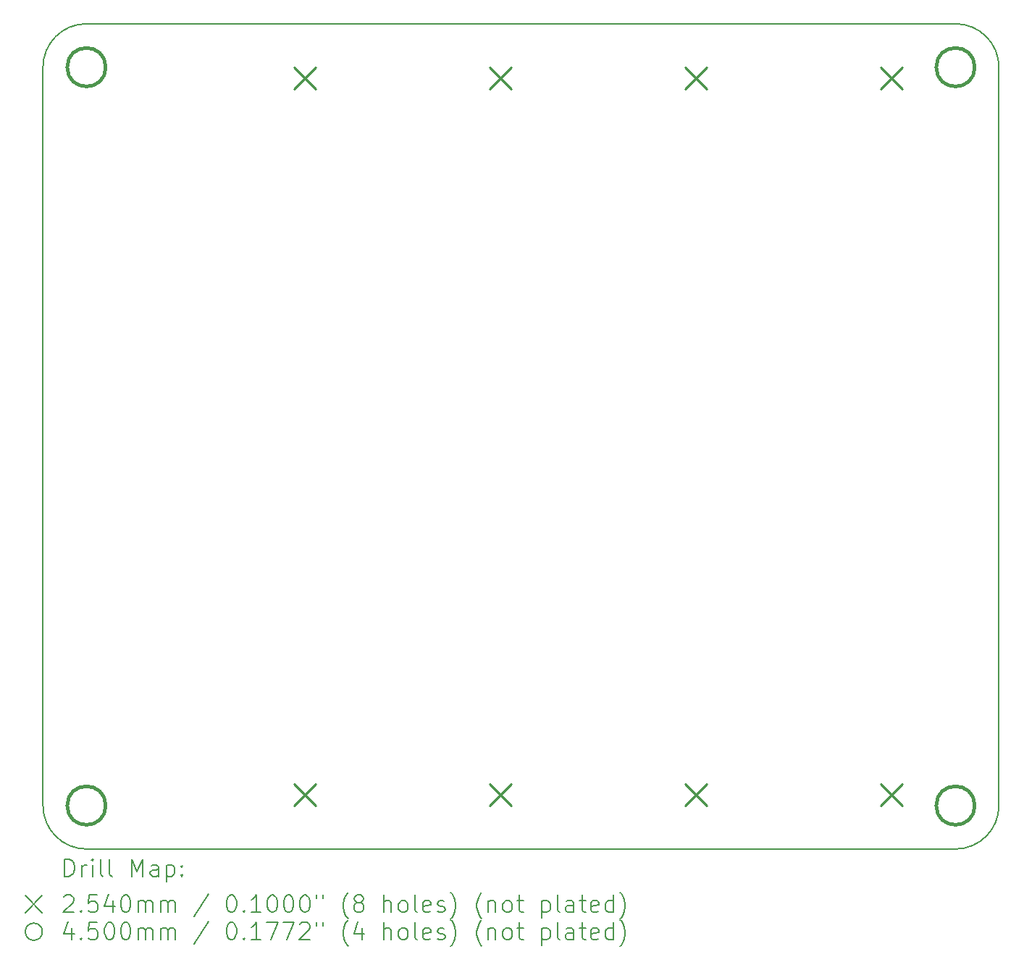
<source format=gbr>
%TF.GenerationSoftware,KiCad,Pcbnew,7.0.5-0*%
%TF.CreationDate,2023-11-04T22:15:29-04:00*%
%TF.ProjectId,track_sensor_board,74726163-6b5f-4736-956e-736f725f626f,rev?*%
%TF.SameCoordinates,Original*%
%TF.FileFunction,Drillmap*%
%TF.FilePolarity,Positive*%
%FSLAX45Y45*%
G04 Gerber Fmt 4.5, Leading zero omitted, Abs format (unit mm)*
G04 Created by KiCad (PCBNEW 7.0.5-0) date 2023-11-04 22:15:29*
%MOMM*%
%LPD*%
G01*
G04 APERTURE LIST*
%ADD10C,0.150000*%
%ADD11C,0.200000*%
%ADD12C,0.254000*%
%ADD13C,0.450000*%
G04 APERTURE END LIST*
D10*
X9652000Y-4826000D02*
X19812000Y-4826000D01*
X9144000Y-13970000D02*
X9144000Y-5334000D01*
X9652000Y-4826000D02*
G75*
G03*
X9144000Y-5334000I0J-508000D01*
G01*
X19812000Y-14478000D02*
X9652000Y-14478000D01*
X9144000Y-13970000D02*
G75*
G03*
X9652000Y-14478000I508000J0D01*
G01*
X19812000Y-14478000D02*
G75*
G03*
X20320000Y-13970000I0J508000D01*
G01*
X20320000Y-5334000D02*
G75*
G03*
X19812000Y-4826000I-508000J0D01*
G01*
X20320000Y-5334000D02*
X20320000Y-13970000D01*
D11*
D12*
X12074840Y-5334000D02*
X12328840Y-5588000D01*
X12328840Y-5334000D02*
X12074840Y-5588000D01*
X12074840Y-13716000D02*
X12328840Y-13970000D01*
X12328840Y-13716000D02*
X12074840Y-13970000D01*
X14360840Y-5334000D02*
X14614840Y-5588000D01*
X14614840Y-5334000D02*
X14360840Y-5588000D01*
X14360840Y-13716000D02*
X14614840Y-13970000D01*
X14614840Y-13716000D02*
X14360840Y-13970000D01*
X16646840Y-5334000D02*
X16900840Y-5588000D01*
X16900840Y-5334000D02*
X16646840Y-5588000D01*
X16646840Y-13716000D02*
X16900840Y-13970000D01*
X16900840Y-13716000D02*
X16646840Y-13970000D01*
X18932840Y-5334000D02*
X19186840Y-5588000D01*
X19186840Y-5334000D02*
X18932840Y-5588000D01*
X18932840Y-13716000D02*
X19186840Y-13970000D01*
X19186840Y-13716000D02*
X18932840Y-13970000D01*
D13*
X9877000Y-5334000D02*
G75*
G03*
X9877000Y-5334000I-225000J0D01*
G01*
X9877000Y-13970000D02*
G75*
G03*
X9877000Y-13970000I-225000J0D01*
G01*
X20037000Y-5334000D02*
G75*
G03*
X20037000Y-5334000I-225000J0D01*
G01*
X20037000Y-13970000D02*
G75*
G03*
X20037000Y-13970000I-225000J0D01*
G01*
D11*
X9397277Y-14796984D02*
X9397277Y-14596984D01*
X9397277Y-14596984D02*
X9444896Y-14596984D01*
X9444896Y-14596984D02*
X9473467Y-14606508D01*
X9473467Y-14606508D02*
X9492515Y-14625555D01*
X9492515Y-14625555D02*
X9502039Y-14644603D01*
X9502039Y-14644603D02*
X9511563Y-14682698D01*
X9511563Y-14682698D02*
X9511563Y-14711269D01*
X9511563Y-14711269D02*
X9502039Y-14749365D01*
X9502039Y-14749365D02*
X9492515Y-14768412D01*
X9492515Y-14768412D02*
X9473467Y-14787460D01*
X9473467Y-14787460D02*
X9444896Y-14796984D01*
X9444896Y-14796984D02*
X9397277Y-14796984D01*
X9597277Y-14796984D02*
X9597277Y-14663650D01*
X9597277Y-14701746D02*
X9606801Y-14682698D01*
X9606801Y-14682698D02*
X9616324Y-14673174D01*
X9616324Y-14673174D02*
X9635372Y-14663650D01*
X9635372Y-14663650D02*
X9654420Y-14663650D01*
X9721086Y-14796984D02*
X9721086Y-14663650D01*
X9721086Y-14596984D02*
X9711563Y-14606508D01*
X9711563Y-14606508D02*
X9721086Y-14616031D01*
X9721086Y-14616031D02*
X9730610Y-14606508D01*
X9730610Y-14606508D02*
X9721086Y-14596984D01*
X9721086Y-14596984D02*
X9721086Y-14616031D01*
X9844896Y-14796984D02*
X9825848Y-14787460D01*
X9825848Y-14787460D02*
X9816324Y-14768412D01*
X9816324Y-14768412D02*
X9816324Y-14596984D01*
X9949658Y-14796984D02*
X9930610Y-14787460D01*
X9930610Y-14787460D02*
X9921086Y-14768412D01*
X9921086Y-14768412D02*
X9921086Y-14596984D01*
X10178229Y-14796984D02*
X10178229Y-14596984D01*
X10178229Y-14596984D02*
X10244896Y-14739841D01*
X10244896Y-14739841D02*
X10311563Y-14596984D01*
X10311563Y-14596984D02*
X10311563Y-14796984D01*
X10492515Y-14796984D02*
X10492515Y-14692222D01*
X10492515Y-14692222D02*
X10482991Y-14673174D01*
X10482991Y-14673174D02*
X10463944Y-14663650D01*
X10463944Y-14663650D02*
X10425848Y-14663650D01*
X10425848Y-14663650D02*
X10406801Y-14673174D01*
X10492515Y-14787460D02*
X10473467Y-14796984D01*
X10473467Y-14796984D02*
X10425848Y-14796984D01*
X10425848Y-14796984D02*
X10406801Y-14787460D01*
X10406801Y-14787460D02*
X10397277Y-14768412D01*
X10397277Y-14768412D02*
X10397277Y-14749365D01*
X10397277Y-14749365D02*
X10406801Y-14730317D01*
X10406801Y-14730317D02*
X10425848Y-14720793D01*
X10425848Y-14720793D02*
X10473467Y-14720793D01*
X10473467Y-14720793D02*
X10492515Y-14711269D01*
X10587753Y-14663650D02*
X10587753Y-14863650D01*
X10587753Y-14673174D02*
X10606801Y-14663650D01*
X10606801Y-14663650D02*
X10644896Y-14663650D01*
X10644896Y-14663650D02*
X10663944Y-14673174D01*
X10663944Y-14673174D02*
X10673467Y-14682698D01*
X10673467Y-14682698D02*
X10682991Y-14701746D01*
X10682991Y-14701746D02*
X10682991Y-14758888D01*
X10682991Y-14758888D02*
X10673467Y-14777936D01*
X10673467Y-14777936D02*
X10663944Y-14787460D01*
X10663944Y-14787460D02*
X10644896Y-14796984D01*
X10644896Y-14796984D02*
X10606801Y-14796984D01*
X10606801Y-14796984D02*
X10587753Y-14787460D01*
X10768705Y-14777936D02*
X10778229Y-14787460D01*
X10778229Y-14787460D02*
X10768705Y-14796984D01*
X10768705Y-14796984D02*
X10759182Y-14787460D01*
X10759182Y-14787460D02*
X10768705Y-14777936D01*
X10768705Y-14777936D02*
X10768705Y-14796984D01*
X10768705Y-14673174D02*
X10778229Y-14682698D01*
X10778229Y-14682698D02*
X10768705Y-14692222D01*
X10768705Y-14692222D02*
X10759182Y-14682698D01*
X10759182Y-14682698D02*
X10768705Y-14673174D01*
X10768705Y-14673174D02*
X10768705Y-14692222D01*
X8936500Y-15025500D02*
X9136500Y-15225500D01*
X9136500Y-15025500D02*
X8936500Y-15225500D01*
X9387753Y-15036031D02*
X9397277Y-15026508D01*
X9397277Y-15026508D02*
X9416324Y-15016984D01*
X9416324Y-15016984D02*
X9463944Y-15016984D01*
X9463944Y-15016984D02*
X9482991Y-15026508D01*
X9482991Y-15026508D02*
X9492515Y-15036031D01*
X9492515Y-15036031D02*
X9502039Y-15055079D01*
X9502039Y-15055079D02*
X9502039Y-15074127D01*
X9502039Y-15074127D02*
X9492515Y-15102698D01*
X9492515Y-15102698D02*
X9378229Y-15216984D01*
X9378229Y-15216984D02*
X9502039Y-15216984D01*
X9587753Y-15197936D02*
X9597277Y-15207460D01*
X9597277Y-15207460D02*
X9587753Y-15216984D01*
X9587753Y-15216984D02*
X9578229Y-15207460D01*
X9578229Y-15207460D02*
X9587753Y-15197936D01*
X9587753Y-15197936D02*
X9587753Y-15216984D01*
X9778229Y-15016984D02*
X9682991Y-15016984D01*
X9682991Y-15016984D02*
X9673467Y-15112222D01*
X9673467Y-15112222D02*
X9682991Y-15102698D01*
X9682991Y-15102698D02*
X9702039Y-15093174D01*
X9702039Y-15093174D02*
X9749658Y-15093174D01*
X9749658Y-15093174D02*
X9768705Y-15102698D01*
X9768705Y-15102698D02*
X9778229Y-15112222D01*
X9778229Y-15112222D02*
X9787753Y-15131269D01*
X9787753Y-15131269D02*
X9787753Y-15178888D01*
X9787753Y-15178888D02*
X9778229Y-15197936D01*
X9778229Y-15197936D02*
X9768705Y-15207460D01*
X9768705Y-15207460D02*
X9749658Y-15216984D01*
X9749658Y-15216984D02*
X9702039Y-15216984D01*
X9702039Y-15216984D02*
X9682991Y-15207460D01*
X9682991Y-15207460D02*
X9673467Y-15197936D01*
X9959182Y-15083650D02*
X9959182Y-15216984D01*
X9911563Y-15007460D02*
X9863944Y-15150317D01*
X9863944Y-15150317D02*
X9987753Y-15150317D01*
X10102039Y-15016984D02*
X10121086Y-15016984D01*
X10121086Y-15016984D02*
X10140134Y-15026508D01*
X10140134Y-15026508D02*
X10149658Y-15036031D01*
X10149658Y-15036031D02*
X10159182Y-15055079D01*
X10159182Y-15055079D02*
X10168705Y-15093174D01*
X10168705Y-15093174D02*
X10168705Y-15140793D01*
X10168705Y-15140793D02*
X10159182Y-15178888D01*
X10159182Y-15178888D02*
X10149658Y-15197936D01*
X10149658Y-15197936D02*
X10140134Y-15207460D01*
X10140134Y-15207460D02*
X10121086Y-15216984D01*
X10121086Y-15216984D02*
X10102039Y-15216984D01*
X10102039Y-15216984D02*
X10082991Y-15207460D01*
X10082991Y-15207460D02*
X10073467Y-15197936D01*
X10073467Y-15197936D02*
X10063944Y-15178888D01*
X10063944Y-15178888D02*
X10054420Y-15140793D01*
X10054420Y-15140793D02*
X10054420Y-15093174D01*
X10054420Y-15093174D02*
X10063944Y-15055079D01*
X10063944Y-15055079D02*
X10073467Y-15036031D01*
X10073467Y-15036031D02*
X10082991Y-15026508D01*
X10082991Y-15026508D02*
X10102039Y-15016984D01*
X10254420Y-15216984D02*
X10254420Y-15083650D01*
X10254420Y-15102698D02*
X10263944Y-15093174D01*
X10263944Y-15093174D02*
X10282991Y-15083650D01*
X10282991Y-15083650D02*
X10311563Y-15083650D01*
X10311563Y-15083650D02*
X10330610Y-15093174D01*
X10330610Y-15093174D02*
X10340134Y-15112222D01*
X10340134Y-15112222D02*
X10340134Y-15216984D01*
X10340134Y-15112222D02*
X10349658Y-15093174D01*
X10349658Y-15093174D02*
X10368705Y-15083650D01*
X10368705Y-15083650D02*
X10397277Y-15083650D01*
X10397277Y-15083650D02*
X10416325Y-15093174D01*
X10416325Y-15093174D02*
X10425848Y-15112222D01*
X10425848Y-15112222D02*
X10425848Y-15216984D01*
X10521086Y-15216984D02*
X10521086Y-15083650D01*
X10521086Y-15102698D02*
X10530610Y-15093174D01*
X10530610Y-15093174D02*
X10549658Y-15083650D01*
X10549658Y-15083650D02*
X10578229Y-15083650D01*
X10578229Y-15083650D02*
X10597277Y-15093174D01*
X10597277Y-15093174D02*
X10606801Y-15112222D01*
X10606801Y-15112222D02*
X10606801Y-15216984D01*
X10606801Y-15112222D02*
X10616325Y-15093174D01*
X10616325Y-15093174D02*
X10635372Y-15083650D01*
X10635372Y-15083650D02*
X10663944Y-15083650D01*
X10663944Y-15083650D02*
X10682991Y-15093174D01*
X10682991Y-15093174D02*
X10692515Y-15112222D01*
X10692515Y-15112222D02*
X10692515Y-15216984D01*
X11082991Y-15007460D02*
X10911563Y-15264603D01*
X11340134Y-15016984D02*
X11359182Y-15016984D01*
X11359182Y-15016984D02*
X11378229Y-15026508D01*
X11378229Y-15026508D02*
X11387753Y-15036031D01*
X11387753Y-15036031D02*
X11397277Y-15055079D01*
X11397277Y-15055079D02*
X11406801Y-15093174D01*
X11406801Y-15093174D02*
X11406801Y-15140793D01*
X11406801Y-15140793D02*
X11397277Y-15178888D01*
X11397277Y-15178888D02*
X11387753Y-15197936D01*
X11387753Y-15197936D02*
X11378229Y-15207460D01*
X11378229Y-15207460D02*
X11359182Y-15216984D01*
X11359182Y-15216984D02*
X11340134Y-15216984D01*
X11340134Y-15216984D02*
X11321086Y-15207460D01*
X11321086Y-15207460D02*
X11311563Y-15197936D01*
X11311563Y-15197936D02*
X11302039Y-15178888D01*
X11302039Y-15178888D02*
X11292515Y-15140793D01*
X11292515Y-15140793D02*
X11292515Y-15093174D01*
X11292515Y-15093174D02*
X11302039Y-15055079D01*
X11302039Y-15055079D02*
X11311563Y-15036031D01*
X11311563Y-15036031D02*
X11321086Y-15026508D01*
X11321086Y-15026508D02*
X11340134Y-15016984D01*
X11492515Y-15197936D02*
X11502039Y-15207460D01*
X11502039Y-15207460D02*
X11492515Y-15216984D01*
X11492515Y-15216984D02*
X11482991Y-15207460D01*
X11482991Y-15207460D02*
X11492515Y-15197936D01*
X11492515Y-15197936D02*
X11492515Y-15216984D01*
X11692515Y-15216984D02*
X11578229Y-15216984D01*
X11635372Y-15216984D02*
X11635372Y-15016984D01*
X11635372Y-15016984D02*
X11616325Y-15045555D01*
X11616325Y-15045555D02*
X11597277Y-15064603D01*
X11597277Y-15064603D02*
X11578229Y-15074127D01*
X11816325Y-15016984D02*
X11835372Y-15016984D01*
X11835372Y-15016984D02*
X11854420Y-15026508D01*
X11854420Y-15026508D02*
X11863944Y-15036031D01*
X11863944Y-15036031D02*
X11873467Y-15055079D01*
X11873467Y-15055079D02*
X11882991Y-15093174D01*
X11882991Y-15093174D02*
X11882991Y-15140793D01*
X11882991Y-15140793D02*
X11873467Y-15178888D01*
X11873467Y-15178888D02*
X11863944Y-15197936D01*
X11863944Y-15197936D02*
X11854420Y-15207460D01*
X11854420Y-15207460D02*
X11835372Y-15216984D01*
X11835372Y-15216984D02*
X11816325Y-15216984D01*
X11816325Y-15216984D02*
X11797277Y-15207460D01*
X11797277Y-15207460D02*
X11787753Y-15197936D01*
X11787753Y-15197936D02*
X11778229Y-15178888D01*
X11778229Y-15178888D02*
X11768706Y-15140793D01*
X11768706Y-15140793D02*
X11768706Y-15093174D01*
X11768706Y-15093174D02*
X11778229Y-15055079D01*
X11778229Y-15055079D02*
X11787753Y-15036031D01*
X11787753Y-15036031D02*
X11797277Y-15026508D01*
X11797277Y-15026508D02*
X11816325Y-15016984D01*
X12006801Y-15016984D02*
X12025848Y-15016984D01*
X12025848Y-15016984D02*
X12044896Y-15026508D01*
X12044896Y-15026508D02*
X12054420Y-15036031D01*
X12054420Y-15036031D02*
X12063944Y-15055079D01*
X12063944Y-15055079D02*
X12073467Y-15093174D01*
X12073467Y-15093174D02*
X12073467Y-15140793D01*
X12073467Y-15140793D02*
X12063944Y-15178888D01*
X12063944Y-15178888D02*
X12054420Y-15197936D01*
X12054420Y-15197936D02*
X12044896Y-15207460D01*
X12044896Y-15207460D02*
X12025848Y-15216984D01*
X12025848Y-15216984D02*
X12006801Y-15216984D01*
X12006801Y-15216984D02*
X11987753Y-15207460D01*
X11987753Y-15207460D02*
X11978229Y-15197936D01*
X11978229Y-15197936D02*
X11968706Y-15178888D01*
X11968706Y-15178888D02*
X11959182Y-15140793D01*
X11959182Y-15140793D02*
X11959182Y-15093174D01*
X11959182Y-15093174D02*
X11968706Y-15055079D01*
X11968706Y-15055079D02*
X11978229Y-15036031D01*
X11978229Y-15036031D02*
X11987753Y-15026508D01*
X11987753Y-15026508D02*
X12006801Y-15016984D01*
X12197277Y-15016984D02*
X12216325Y-15016984D01*
X12216325Y-15016984D02*
X12235372Y-15026508D01*
X12235372Y-15026508D02*
X12244896Y-15036031D01*
X12244896Y-15036031D02*
X12254420Y-15055079D01*
X12254420Y-15055079D02*
X12263944Y-15093174D01*
X12263944Y-15093174D02*
X12263944Y-15140793D01*
X12263944Y-15140793D02*
X12254420Y-15178888D01*
X12254420Y-15178888D02*
X12244896Y-15197936D01*
X12244896Y-15197936D02*
X12235372Y-15207460D01*
X12235372Y-15207460D02*
X12216325Y-15216984D01*
X12216325Y-15216984D02*
X12197277Y-15216984D01*
X12197277Y-15216984D02*
X12178229Y-15207460D01*
X12178229Y-15207460D02*
X12168706Y-15197936D01*
X12168706Y-15197936D02*
X12159182Y-15178888D01*
X12159182Y-15178888D02*
X12149658Y-15140793D01*
X12149658Y-15140793D02*
X12149658Y-15093174D01*
X12149658Y-15093174D02*
X12159182Y-15055079D01*
X12159182Y-15055079D02*
X12168706Y-15036031D01*
X12168706Y-15036031D02*
X12178229Y-15026508D01*
X12178229Y-15026508D02*
X12197277Y-15016984D01*
X12340134Y-15016984D02*
X12340134Y-15055079D01*
X12416325Y-15016984D02*
X12416325Y-15055079D01*
X12711563Y-15293174D02*
X12702039Y-15283650D01*
X12702039Y-15283650D02*
X12682991Y-15255079D01*
X12682991Y-15255079D02*
X12673468Y-15236031D01*
X12673468Y-15236031D02*
X12663944Y-15207460D01*
X12663944Y-15207460D02*
X12654420Y-15159841D01*
X12654420Y-15159841D02*
X12654420Y-15121746D01*
X12654420Y-15121746D02*
X12663944Y-15074127D01*
X12663944Y-15074127D02*
X12673468Y-15045555D01*
X12673468Y-15045555D02*
X12682991Y-15026508D01*
X12682991Y-15026508D02*
X12702039Y-14997936D01*
X12702039Y-14997936D02*
X12711563Y-14988412D01*
X12816325Y-15102698D02*
X12797277Y-15093174D01*
X12797277Y-15093174D02*
X12787753Y-15083650D01*
X12787753Y-15083650D02*
X12778229Y-15064603D01*
X12778229Y-15064603D02*
X12778229Y-15055079D01*
X12778229Y-15055079D02*
X12787753Y-15036031D01*
X12787753Y-15036031D02*
X12797277Y-15026508D01*
X12797277Y-15026508D02*
X12816325Y-15016984D01*
X12816325Y-15016984D02*
X12854420Y-15016984D01*
X12854420Y-15016984D02*
X12873468Y-15026508D01*
X12873468Y-15026508D02*
X12882991Y-15036031D01*
X12882991Y-15036031D02*
X12892515Y-15055079D01*
X12892515Y-15055079D02*
X12892515Y-15064603D01*
X12892515Y-15064603D02*
X12882991Y-15083650D01*
X12882991Y-15083650D02*
X12873468Y-15093174D01*
X12873468Y-15093174D02*
X12854420Y-15102698D01*
X12854420Y-15102698D02*
X12816325Y-15102698D01*
X12816325Y-15102698D02*
X12797277Y-15112222D01*
X12797277Y-15112222D02*
X12787753Y-15121746D01*
X12787753Y-15121746D02*
X12778229Y-15140793D01*
X12778229Y-15140793D02*
X12778229Y-15178888D01*
X12778229Y-15178888D02*
X12787753Y-15197936D01*
X12787753Y-15197936D02*
X12797277Y-15207460D01*
X12797277Y-15207460D02*
X12816325Y-15216984D01*
X12816325Y-15216984D02*
X12854420Y-15216984D01*
X12854420Y-15216984D02*
X12873468Y-15207460D01*
X12873468Y-15207460D02*
X12882991Y-15197936D01*
X12882991Y-15197936D02*
X12892515Y-15178888D01*
X12892515Y-15178888D02*
X12892515Y-15140793D01*
X12892515Y-15140793D02*
X12882991Y-15121746D01*
X12882991Y-15121746D02*
X12873468Y-15112222D01*
X12873468Y-15112222D02*
X12854420Y-15102698D01*
X13130610Y-15216984D02*
X13130610Y-15016984D01*
X13216325Y-15216984D02*
X13216325Y-15112222D01*
X13216325Y-15112222D02*
X13206801Y-15093174D01*
X13206801Y-15093174D02*
X13187753Y-15083650D01*
X13187753Y-15083650D02*
X13159182Y-15083650D01*
X13159182Y-15083650D02*
X13140134Y-15093174D01*
X13140134Y-15093174D02*
X13130610Y-15102698D01*
X13340134Y-15216984D02*
X13321087Y-15207460D01*
X13321087Y-15207460D02*
X13311563Y-15197936D01*
X13311563Y-15197936D02*
X13302039Y-15178888D01*
X13302039Y-15178888D02*
X13302039Y-15121746D01*
X13302039Y-15121746D02*
X13311563Y-15102698D01*
X13311563Y-15102698D02*
X13321087Y-15093174D01*
X13321087Y-15093174D02*
X13340134Y-15083650D01*
X13340134Y-15083650D02*
X13368706Y-15083650D01*
X13368706Y-15083650D02*
X13387753Y-15093174D01*
X13387753Y-15093174D02*
X13397277Y-15102698D01*
X13397277Y-15102698D02*
X13406801Y-15121746D01*
X13406801Y-15121746D02*
X13406801Y-15178888D01*
X13406801Y-15178888D02*
X13397277Y-15197936D01*
X13397277Y-15197936D02*
X13387753Y-15207460D01*
X13387753Y-15207460D02*
X13368706Y-15216984D01*
X13368706Y-15216984D02*
X13340134Y-15216984D01*
X13521087Y-15216984D02*
X13502039Y-15207460D01*
X13502039Y-15207460D02*
X13492515Y-15188412D01*
X13492515Y-15188412D02*
X13492515Y-15016984D01*
X13673468Y-15207460D02*
X13654420Y-15216984D01*
X13654420Y-15216984D02*
X13616325Y-15216984D01*
X13616325Y-15216984D02*
X13597277Y-15207460D01*
X13597277Y-15207460D02*
X13587753Y-15188412D01*
X13587753Y-15188412D02*
X13587753Y-15112222D01*
X13587753Y-15112222D02*
X13597277Y-15093174D01*
X13597277Y-15093174D02*
X13616325Y-15083650D01*
X13616325Y-15083650D02*
X13654420Y-15083650D01*
X13654420Y-15083650D02*
X13673468Y-15093174D01*
X13673468Y-15093174D02*
X13682991Y-15112222D01*
X13682991Y-15112222D02*
X13682991Y-15131269D01*
X13682991Y-15131269D02*
X13587753Y-15150317D01*
X13759182Y-15207460D02*
X13778230Y-15216984D01*
X13778230Y-15216984D02*
X13816325Y-15216984D01*
X13816325Y-15216984D02*
X13835372Y-15207460D01*
X13835372Y-15207460D02*
X13844896Y-15188412D01*
X13844896Y-15188412D02*
X13844896Y-15178888D01*
X13844896Y-15178888D02*
X13835372Y-15159841D01*
X13835372Y-15159841D02*
X13816325Y-15150317D01*
X13816325Y-15150317D02*
X13787753Y-15150317D01*
X13787753Y-15150317D02*
X13768706Y-15140793D01*
X13768706Y-15140793D02*
X13759182Y-15121746D01*
X13759182Y-15121746D02*
X13759182Y-15112222D01*
X13759182Y-15112222D02*
X13768706Y-15093174D01*
X13768706Y-15093174D02*
X13787753Y-15083650D01*
X13787753Y-15083650D02*
X13816325Y-15083650D01*
X13816325Y-15083650D02*
X13835372Y-15093174D01*
X13911563Y-15293174D02*
X13921087Y-15283650D01*
X13921087Y-15283650D02*
X13940134Y-15255079D01*
X13940134Y-15255079D02*
X13949658Y-15236031D01*
X13949658Y-15236031D02*
X13959182Y-15207460D01*
X13959182Y-15207460D02*
X13968706Y-15159841D01*
X13968706Y-15159841D02*
X13968706Y-15121746D01*
X13968706Y-15121746D02*
X13959182Y-15074127D01*
X13959182Y-15074127D02*
X13949658Y-15045555D01*
X13949658Y-15045555D02*
X13940134Y-15026508D01*
X13940134Y-15026508D02*
X13921087Y-14997936D01*
X13921087Y-14997936D02*
X13911563Y-14988412D01*
X14273468Y-15293174D02*
X14263944Y-15283650D01*
X14263944Y-15283650D02*
X14244896Y-15255079D01*
X14244896Y-15255079D02*
X14235372Y-15236031D01*
X14235372Y-15236031D02*
X14225849Y-15207460D01*
X14225849Y-15207460D02*
X14216325Y-15159841D01*
X14216325Y-15159841D02*
X14216325Y-15121746D01*
X14216325Y-15121746D02*
X14225849Y-15074127D01*
X14225849Y-15074127D02*
X14235372Y-15045555D01*
X14235372Y-15045555D02*
X14244896Y-15026508D01*
X14244896Y-15026508D02*
X14263944Y-14997936D01*
X14263944Y-14997936D02*
X14273468Y-14988412D01*
X14349658Y-15083650D02*
X14349658Y-15216984D01*
X14349658Y-15102698D02*
X14359182Y-15093174D01*
X14359182Y-15093174D02*
X14378230Y-15083650D01*
X14378230Y-15083650D02*
X14406801Y-15083650D01*
X14406801Y-15083650D02*
X14425849Y-15093174D01*
X14425849Y-15093174D02*
X14435372Y-15112222D01*
X14435372Y-15112222D02*
X14435372Y-15216984D01*
X14559182Y-15216984D02*
X14540134Y-15207460D01*
X14540134Y-15207460D02*
X14530611Y-15197936D01*
X14530611Y-15197936D02*
X14521087Y-15178888D01*
X14521087Y-15178888D02*
X14521087Y-15121746D01*
X14521087Y-15121746D02*
X14530611Y-15102698D01*
X14530611Y-15102698D02*
X14540134Y-15093174D01*
X14540134Y-15093174D02*
X14559182Y-15083650D01*
X14559182Y-15083650D02*
X14587753Y-15083650D01*
X14587753Y-15083650D02*
X14606801Y-15093174D01*
X14606801Y-15093174D02*
X14616325Y-15102698D01*
X14616325Y-15102698D02*
X14625849Y-15121746D01*
X14625849Y-15121746D02*
X14625849Y-15178888D01*
X14625849Y-15178888D02*
X14616325Y-15197936D01*
X14616325Y-15197936D02*
X14606801Y-15207460D01*
X14606801Y-15207460D02*
X14587753Y-15216984D01*
X14587753Y-15216984D02*
X14559182Y-15216984D01*
X14682992Y-15083650D02*
X14759182Y-15083650D01*
X14711563Y-15016984D02*
X14711563Y-15188412D01*
X14711563Y-15188412D02*
X14721087Y-15207460D01*
X14721087Y-15207460D02*
X14740134Y-15216984D01*
X14740134Y-15216984D02*
X14759182Y-15216984D01*
X14978230Y-15083650D02*
X14978230Y-15283650D01*
X14978230Y-15093174D02*
X14997277Y-15083650D01*
X14997277Y-15083650D02*
X15035373Y-15083650D01*
X15035373Y-15083650D02*
X15054420Y-15093174D01*
X15054420Y-15093174D02*
X15063944Y-15102698D01*
X15063944Y-15102698D02*
X15073468Y-15121746D01*
X15073468Y-15121746D02*
X15073468Y-15178888D01*
X15073468Y-15178888D02*
X15063944Y-15197936D01*
X15063944Y-15197936D02*
X15054420Y-15207460D01*
X15054420Y-15207460D02*
X15035373Y-15216984D01*
X15035373Y-15216984D02*
X14997277Y-15216984D01*
X14997277Y-15216984D02*
X14978230Y-15207460D01*
X15187753Y-15216984D02*
X15168706Y-15207460D01*
X15168706Y-15207460D02*
X15159182Y-15188412D01*
X15159182Y-15188412D02*
X15159182Y-15016984D01*
X15349658Y-15216984D02*
X15349658Y-15112222D01*
X15349658Y-15112222D02*
X15340134Y-15093174D01*
X15340134Y-15093174D02*
X15321087Y-15083650D01*
X15321087Y-15083650D02*
X15282992Y-15083650D01*
X15282992Y-15083650D02*
X15263944Y-15093174D01*
X15349658Y-15207460D02*
X15330611Y-15216984D01*
X15330611Y-15216984D02*
X15282992Y-15216984D01*
X15282992Y-15216984D02*
X15263944Y-15207460D01*
X15263944Y-15207460D02*
X15254420Y-15188412D01*
X15254420Y-15188412D02*
X15254420Y-15169365D01*
X15254420Y-15169365D02*
X15263944Y-15150317D01*
X15263944Y-15150317D02*
X15282992Y-15140793D01*
X15282992Y-15140793D02*
X15330611Y-15140793D01*
X15330611Y-15140793D02*
X15349658Y-15131269D01*
X15416325Y-15083650D02*
X15492515Y-15083650D01*
X15444896Y-15016984D02*
X15444896Y-15188412D01*
X15444896Y-15188412D02*
X15454420Y-15207460D01*
X15454420Y-15207460D02*
X15473468Y-15216984D01*
X15473468Y-15216984D02*
X15492515Y-15216984D01*
X15635373Y-15207460D02*
X15616325Y-15216984D01*
X15616325Y-15216984D02*
X15578230Y-15216984D01*
X15578230Y-15216984D02*
X15559182Y-15207460D01*
X15559182Y-15207460D02*
X15549658Y-15188412D01*
X15549658Y-15188412D02*
X15549658Y-15112222D01*
X15549658Y-15112222D02*
X15559182Y-15093174D01*
X15559182Y-15093174D02*
X15578230Y-15083650D01*
X15578230Y-15083650D02*
X15616325Y-15083650D01*
X15616325Y-15083650D02*
X15635373Y-15093174D01*
X15635373Y-15093174D02*
X15644896Y-15112222D01*
X15644896Y-15112222D02*
X15644896Y-15131269D01*
X15644896Y-15131269D02*
X15549658Y-15150317D01*
X15816325Y-15216984D02*
X15816325Y-15016984D01*
X15816325Y-15207460D02*
X15797277Y-15216984D01*
X15797277Y-15216984D02*
X15759182Y-15216984D01*
X15759182Y-15216984D02*
X15740134Y-15207460D01*
X15740134Y-15207460D02*
X15730611Y-15197936D01*
X15730611Y-15197936D02*
X15721087Y-15178888D01*
X15721087Y-15178888D02*
X15721087Y-15121746D01*
X15721087Y-15121746D02*
X15730611Y-15102698D01*
X15730611Y-15102698D02*
X15740134Y-15093174D01*
X15740134Y-15093174D02*
X15759182Y-15083650D01*
X15759182Y-15083650D02*
X15797277Y-15083650D01*
X15797277Y-15083650D02*
X15816325Y-15093174D01*
X15892515Y-15293174D02*
X15902039Y-15283650D01*
X15902039Y-15283650D02*
X15921087Y-15255079D01*
X15921087Y-15255079D02*
X15930611Y-15236031D01*
X15930611Y-15236031D02*
X15940134Y-15207460D01*
X15940134Y-15207460D02*
X15949658Y-15159841D01*
X15949658Y-15159841D02*
X15949658Y-15121746D01*
X15949658Y-15121746D02*
X15940134Y-15074127D01*
X15940134Y-15074127D02*
X15930611Y-15045555D01*
X15930611Y-15045555D02*
X15921087Y-15026508D01*
X15921087Y-15026508D02*
X15902039Y-14997936D01*
X15902039Y-14997936D02*
X15892515Y-14988412D01*
X9136500Y-15445500D02*
G75*
G03*
X9136500Y-15445500I-100000J0D01*
G01*
X9482991Y-15403650D02*
X9482991Y-15536984D01*
X9435372Y-15327460D02*
X9387753Y-15470317D01*
X9387753Y-15470317D02*
X9511563Y-15470317D01*
X9587753Y-15517936D02*
X9597277Y-15527460D01*
X9597277Y-15527460D02*
X9587753Y-15536984D01*
X9587753Y-15536984D02*
X9578229Y-15527460D01*
X9578229Y-15527460D02*
X9587753Y-15517936D01*
X9587753Y-15517936D02*
X9587753Y-15536984D01*
X9778229Y-15336984D02*
X9682991Y-15336984D01*
X9682991Y-15336984D02*
X9673467Y-15432222D01*
X9673467Y-15432222D02*
X9682991Y-15422698D01*
X9682991Y-15422698D02*
X9702039Y-15413174D01*
X9702039Y-15413174D02*
X9749658Y-15413174D01*
X9749658Y-15413174D02*
X9768705Y-15422698D01*
X9768705Y-15422698D02*
X9778229Y-15432222D01*
X9778229Y-15432222D02*
X9787753Y-15451269D01*
X9787753Y-15451269D02*
X9787753Y-15498888D01*
X9787753Y-15498888D02*
X9778229Y-15517936D01*
X9778229Y-15517936D02*
X9768705Y-15527460D01*
X9768705Y-15527460D02*
X9749658Y-15536984D01*
X9749658Y-15536984D02*
X9702039Y-15536984D01*
X9702039Y-15536984D02*
X9682991Y-15527460D01*
X9682991Y-15527460D02*
X9673467Y-15517936D01*
X9911563Y-15336984D02*
X9930610Y-15336984D01*
X9930610Y-15336984D02*
X9949658Y-15346508D01*
X9949658Y-15346508D02*
X9959182Y-15356031D01*
X9959182Y-15356031D02*
X9968705Y-15375079D01*
X9968705Y-15375079D02*
X9978229Y-15413174D01*
X9978229Y-15413174D02*
X9978229Y-15460793D01*
X9978229Y-15460793D02*
X9968705Y-15498888D01*
X9968705Y-15498888D02*
X9959182Y-15517936D01*
X9959182Y-15517936D02*
X9949658Y-15527460D01*
X9949658Y-15527460D02*
X9930610Y-15536984D01*
X9930610Y-15536984D02*
X9911563Y-15536984D01*
X9911563Y-15536984D02*
X9892515Y-15527460D01*
X9892515Y-15527460D02*
X9882991Y-15517936D01*
X9882991Y-15517936D02*
X9873467Y-15498888D01*
X9873467Y-15498888D02*
X9863944Y-15460793D01*
X9863944Y-15460793D02*
X9863944Y-15413174D01*
X9863944Y-15413174D02*
X9873467Y-15375079D01*
X9873467Y-15375079D02*
X9882991Y-15356031D01*
X9882991Y-15356031D02*
X9892515Y-15346508D01*
X9892515Y-15346508D02*
X9911563Y-15336984D01*
X10102039Y-15336984D02*
X10121086Y-15336984D01*
X10121086Y-15336984D02*
X10140134Y-15346508D01*
X10140134Y-15346508D02*
X10149658Y-15356031D01*
X10149658Y-15356031D02*
X10159182Y-15375079D01*
X10159182Y-15375079D02*
X10168705Y-15413174D01*
X10168705Y-15413174D02*
X10168705Y-15460793D01*
X10168705Y-15460793D02*
X10159182Y-15498888D01*
X10159182Y-15498888D02*
X10149658Y-15517936D01*
X10149658Y-15517936D02*
X10140134Y-15527460D01*
X10140134Y-15527460D02*
X10121086Y-15536984D01*
X10121086Y-15536984D02*
X10102039Y-15536984D01*
X10102039Y-15536984D02*
X10082991Y-15527460D01*
X10082991Y-15527460D02*
X10073467Y-15517936D01*
X10073467Y-15517936D02*
X10063944Y-15498888D01*
X10063944Y-15498888D02*
X10054420Y-15460793D01*
X10054420Y-15460793D02*
X10054420Y-15413174D01*
X10054420Y-15413174D02*
X10063944Y-15375079D01*
X10063944Y-15375079D02*
X10073467Y-15356031D01*
X10073467Y-15356031D02*
X10082991Y-15346508D01*
X10082991Y-15346508D02*
X10102039Y-15336984D01*
X10254420Y-15536984D02*
X10254420Y-15403650D01*
X10254420Y-15422698D02*
X10263944Y-15413174D01*
X10263944Y-15413174D02*
X10282991Y-15403650D01*
X10282991Y-15403650D02*
X10311563Y-15403650D01*
X10311563Y-15403650D02*
X10330610Y-15413174D01*
X10330610Y-15413174D02*
X10340134Y-15432222D01*
X10340134Y-15432222D02*
X10340134Y-15536984D01*
X10340134Y-15432222D02*
X10349658Y-15413174D01*
X10349658Y-15413174D02*
X10368705Y-15403650D01*
X10368705Y-15403650D02*
X10397277Y-15403650D01*
X10397277Y-15403650D02*
X10416325Y-15413174D01*
X10416325Y-15413174D02*
X10425848Y-15432222D01*
X10425848Y-15432222D02*
X10425848Y-15536984D01*
X10521086Y-15536984D02*
X10521086Y-15403650D01*
X10521086Y-15422698D02*
X10530610Y-15413174D01*
X10530610Y-15413174D02*
X10549658Y-15403650D01*
X10549658Y-15403650D02*
X10578229Y-15403650D01*
X10578229Y-15403650D02*
X10597277Y-15413174D01*
X10597277Y-15413174D02*
X10606801Y-15432222D01*
X10606801Y-15432222D02*
X10606801Y-15536984D01*
X10606801Y-15432222D02*
X10616325Y-15413174D01*
X10616325Y-15413174D02*
X10635372Y-15403650D01*
X10635372Y-15403650D02*
X10663944Y-15403650D01*
X10663944Y-15403650D02*
X10682991Y-15413174D01*
X10682991Y-15413174D02*
X10692515Y-15432222D01*
X10692515Y-15432222D02*
X10692515Y-15536984D01*
X11082991Y-15327460D02*
X10911563Y-15584603D01*
X11340134Y-15336984D02*
X11359182Y-15336984D01*
X11359182Y-15336984D02*
X11378229Y-15346508D01*
X11378229Y-15346508D02*
X11387753Y-15356031D01*
X11387753Y-15356031D02*
X11397277Y-15375079D01*
X11397277Y-15375079D02*
X11406801Y-15413174D01*
X11406801Y-15413174D02*
X11406801Y-15460793D01*
X11406801Y-15460793D02*
X11397277Y-15498888D01*
X11397277Y-15498888D02*
X11387753Y-15517936D01*
X11387753Y-15517936D02*
X11378229Y-15527460D01*
X11378229Y-15527460D02*
X11359182Y-15536984D01*
X11359182Y-15536984D02*
X11340134Y-15536984D01*
X11340134Y-15536984D02*
X11321086Y-15527460D01*
X11321086Y-15527460D02*
X11311563Y-15517936D01*
X11311563Y-15517936D02*
X11302039Y-15498888D01*
X11302039Y-15498888D02*
X11292515Y-15460793D01*
X11292515Y-15460793D02*
X11292515Y-15413174D01*
X11292515Y-15413174D02*
X11302039Y-15375079D01*
X11302039Y-15375079D02*
X11311563Y-15356031D01*
X11311563Y-15356031D02*
X11321086Y-15346508D01*
X11321086Y-15346508D02*
X11340134Y-15336984D01*
X11492515Y-15517936D02*
X11502039Y-15527460D01*
X11502039Y-15527460D02*
X11492515Y-15536984D01*
X11492515Y-15536984D02*
X11482991Y-15527460D01*
X11482991Y-15527460D02*
X11492515Y-15517936D01*
X11492515Y-15517936D02*
X11492515Y-15536984D01*
X11692515Y-15536984D02*
X11578229Y-15536984D01*
X11635372Y-15536984D02*
X11635372Y-15336984D01*
X11635372Y-15336984D02*
X11616325Y-15365555D01*
X11616325Y-15365555D02*
X11597277Y-15384603D01*
X11597277Y-15384603D02*
X11578229Y-15394127D01*
X11759182Y-15336984D02*
X11892515Y-15336984D01*
X11892515Y-15336984D02*
X11806801Y-15536984D01*
X11949658Y-15336984D02*
X12082991Y-15336984D01*
X12082991Y-15336984D02*
X11997277Y-15536984D01*
X12149658Y-15356031D02*
X12159182Y-15346508D01*
X12159182Y-15346508D02*
X12178229Y-15336984D01*
X12178229Y-15336984D02*
X12225848Y-15336984D01*
X12225848Y-15336984D02*
X12244896Y-15346508D01*
X12244896Y-15346508D02*
X12254420Y-15356031D01*
X12254420Y-15356031D02*
X12263944Y-15375079D01*
X12263944Y-15375079D02*
X12263944Y-15394127D01*
X12263944Y-15394127D02*
X12254420Y-15422698D01*
X12254420Y-15422698D02*
X12140134Y-15536984D01*
X12140134Y-15536984D02*
X12263944Y-15536984D01*
X12340134Y-15336984D02*
X12340134Y-15375079D01*
X12416325Y-15336984D02*
X12416325Y-15375079D01*
X12711563Y-15613174D02*
X12702039Y-15603650D01*
X12702039Y-15603650D02*
X12682991Y-15575079D01*
X12682991Y-15575079D02*
X12673468Y-15556031D01*
X12673468Y-15556031D02*
X12663944Y-15527460D01*
X12663944Y-15527460D02*
X12654420Y-15479841D01*
X12654420Y-15479841D02*
X12654420Y-15441746D01*
X12654420Y-15441746D02*
X12663944Y-15394127D01*
X12663944Y-15394127D02*
X12673468Y-15365555D01*
X12673468Y-15365555D02*
X12682991Y-15346508D01*
X12682991Y-15346508D02*
X12702039Y-15317936D01*
X12702039Y-15317936D02*
X12711563Y-15308412D01*
X12873468Y-15403650D02*
X12873468Y-15536984D01*
X12825848Y-15327460D02*
X12778229Y-15470317D01*
X12778229Y-15470317D02*
X12902039Y-15470317D01*
X13130610Y-15536984D02*
X13130610Y-15336984D01*
X13216325Y-15536984D02*
X13216325Y-15432222D01*
X13216325Y-15432222D02*
X13206801Y-15413174D01*
X13206801Y-15413174D02*
X13187753Y-15403650D01*
X13187753Y-15403650D02*
X13159182Y-15403650D01*
X13159182Y-15403650D02*
X13140134Y-15413174D01*
X13140134Y-15413174D02*
X13130610Y-15422698D01*
X13340134Y-15536984D02*
X13321087Y-15527460D01*
X13321087Y-15527460D02*
X13311563Y-15517936D01*
X13311563Y-15517936D02*
X13302039Y-15498888D01*
X13302039Y-15498888D02*
X13302039Y-15441746D01*
X13302039Y-15441746D02*
X13311563Y-15422698D01*
X13311563Y-15422698D02*
X13321087Y-15413174D01*
X13321087Y-15413174D02*
X13340134Y-15403650D01*
X13340134Y-15403650D02*
X13368706Y-15403650D01*
X13368706Y-15403650D02*
X13387753Y-15413174D01*
X13387753Y-15413174D02*
X13397277Y-15422698D01*
X13397277Y-15422698D02*
X13406801Y-15441746D01*
X13406801Y-15441746D02*
X13406801Y-15498888D01*
X13406801Y-15498888D02*
X13397277Y-15517936D01*
X13397277Y-15517936D02*
X13387753Y-15527460D01*
X13387753Y-15527460D02*
X13368706Y-15536984D01*
X13368706Y-15536984D02*
X13340134Y-15536984D01*
X13521087Y-15536984D02*
X13502039Y-15527460D01*
X13502039Y-15527460D02*
X13492515Y-15508412D01*
X13492515Y-15508412D02*
X13492515Y-15336984D01*
X13673468Y-15527460D02*
X13654420Y-15536984D01*
X13654420Y-15536984D02*
X13616325Y-15536984D01*
X13616325Y-15536984D02*
X13597277Y-15527460D01*
X13597277Y-15527460D02*
X13587753Y-15508412D01*
X13587753Y-15508412D02*
X13587753Y-15432222D01*
X13587753Y-15432222D02*
X13597277Y-15413174D01*
X13597277Y-15413174D02*
X13616325Y-15403650D01*
X13616325Y-15403650D02*
X13654420Y-15403650D01*
X13654420Y-15403650D02*
X13673468Y-15413174D01*
X13673468Y-15413174D02*
X13682991Y-15432222D01*
X13682991Y-15432222D02*
X13682991Y-15451269D01*
X13682991Y-15451269D02*
X13587753Y-15470317D01*
X13759182Y-15527460D02*
X13778230Y-15536984D01*
X13778230Y-15536984D02*
X13816325Y-15536984D01*
X13816325Y-15536984D02*
X13835372Y-15527460D01*
X13835372Y-15527460D02*
X13844896Y-15508412D01*
X13844896Y-15508412D02*
X13844896Y-15498888D01*
X13844896Y-15498888D02*
X13835372Y-15479841D01*
X13835372Y-15479841D02*
X13816325Y-15470317D01*
X13816325Y-15470317D02*
X13787753Y-15470317D01*
X13787753Y-15470317D02*
X13768706Y-15460793D01*
X13768706Y-15460793D02*
X13759182Y-15441746D01*
X13759182Y-15441746D02*
X13759182Y-15432222D01*
X13759182Y-15432222D02*
X13768706Y-15413174D01*
X13768706Y-15413174D02*
X13787753Y-15403650D01*
X13787753Y-15403650D02*
X13816325Y-15403650D01*
X13816325Y-15403650D02*
X13835372Y-15413174D01*
X13911563Y-15613174D02*
X13921087Y-15603650D01*
X13921087Y-15603650D02*
X13940134Y-15575079D01*
X13940134Y-15575079D02*
X13949658Y-15556031D01*
X13949658Y-15556031D02*
X13959182Y-15527460D01*
X13959182Y-15527460D02*
X13968706Y-15479841D01*
X13968706Y-15479841D02*
X13968706Y-15441746D01*
X13968706Y-15441746D02*
X13959182Y-15394127D01*
X13959182Y-15394127D02*
X13949658Y-15365555D01*
X13949658Y-15365555D02*
X13940134Y-15346508D01*
X13940134Y-15346508D02*
X13921087Y-15317936D01*
X13921087Y-15317936D02*
X13911563Y-15308412D01*
X14273468Y-15613174D02*
X14263944Y-15603650D01*
X14263944Y-15603650D02*
X14244896Y-15575079D01*
X14244896Y-15575079D02*
X14235372Y-15556031D01*
X14235372Y-15556031D02*
X14225849Y-15527460D01*
X14225849Y-15527460D02*
X14216325Y-15479841D01*
X14216325Y-15479841D02*
X14216325Y-15441746D01*
X14216325Y-15441746D02*
X14225849Y-15394127D01*
X14225849Y-15394127D02*
X14235372Y-15365555D01*
X14235372Y-15365555D02*
X14244896Y-15346508D01*
X14244896Y-15346508D02*
X14263944Y-15317936D01*
X14263944Y-15317936D02*
X14273468Y-15308412D01*
X14349658Y-15403650D02*
X14349658Y-15536984D01*
X14349658Y-15422698D02*
X14359182Y-15413174D01*
X14359182Y-15413174D02*
X14378230Y-15403650D01*
X14378230Y-15403650D02*
X14406801Y-15403650D01*
X14406801Y-15403650D02*
X14425849Y-15413174D01*
X14425849Y-15413174D02*
X14435372Y-15432222D01*
X14435372Y-15432222D02*
X14435372Y-15536984D01*
X14559182Y-15536984D02*
X14540134Y-15527460D01*
X14540134Y-15527460D02*
X14530611Y-15517936D01*
X14530611Y-15517936D02*
X14521087Y-15498888D01*
X14521087Y-15498888D02*
X14521087Y-15441746D01*
X14521087Y-15441746D02*
X14530611Y-15422698D01*
X14530611Y-15422698D02*
X14540134Y-15413174D01*
X14540134Y-15413174D02*
X14559182Y-15403650D01*
X14559182Y-15403650D02*
X14587753Y-15403650D01*
X14587753Y-15403650D02*
X14606801Y-15413174D01*
X14606801Y-15413174D02*
X14616325Y-15422698D01*
X14616325Y-15422698D02*
X14625849Y-15441746D01*
X14625849Y-15441746D02*
X14625849Y-15498888D01*
X14625849Y-15498888D02*
X14616325Y-15517936D01*
X14616325Y-15517936D02*
X14606801Y-15527460D01*
X14606801Y-15527460D02*
X14587753Y-15536984D01*
X14587753Y-15536984D02*
X14559182Y-15536984D01*
X14682992Y-15403650D02*
X14759182Y-15403650D01*
X14711563Y-15336984D02*
X14711563Y-15508412D01*
X14711563Y-15508412D02*
X14721087Y-15527460D01*
X14721087Y-15527460D02*
X14740134Y-15536984D01*
X14740134Y-15536984D02*
X14759182Y-15536984D01*
X14978230Y-15403650D02*
X14978230Y-15603650D01*
X14978230Y-15413174D02*
X14997277Y-15403650D01*
X14997277Y-15403650D02*
X15035373Y-15403650D01*
X15035373Y-15403650D02*
X15054420Y-15413174D01*
X15054420Y-15413174D02*
X15063944Y-15422698D01*
X15063944Y-15422698D02*
X15073468Y-15441746D01*
X15073468Y-15441746D02*
X15073468Y-15498888D01*
X15073468Y-15498888D02*
X15063944Y-15517936D01*
X15063944Y-15517936D02*
X15054420Y-15527460D01*
X15054420Y-15527460D02*
X15035373Y-15536984D01*
X15035373Y-15536984D02*
X14997277Y-15536984D01*
X14997277Y-15536984D02*
X14978230Y-15527460D01*
X15187753Y-15536984D02*
X15168706Y-15527460D01*
X15168706Y-15527460D02*
X15159182Y-15508412D01*
X15159182Y-15508412D02*
X15159182Y-15336984D01*
X15349658Y-15536984D02*
X15349658Y-15432222D01*
X15349658Y-15432222D02*
X15340134Y-15413174D01*
X15340134Y-15413174D02*
X15321087Y-15403650D01*
X15321087Y-15403650D02*
X15282992Y-15403650D01*
X15282992Y-15403650D02*
X15263944Y-15413174D01*
X15349658Y-15527460D02*
X15330611Y-15536984D01*
X15330611Y-15536984D02*
X15282992Y-15536984D01*
X15282992Y-15536984D02*
X15263944Y-15527460D01*
X15263944Y-15527460D02*
X15254420Y-15508412D01*
X15254420Y-15508412D02*
X15254420Y-15489365D01*
X15254420Y-15489365D02*
X15263944Y-15470317D01*
X15263944Y-15470317D02*
X15282992Y-15460793D01*
X15282992Y-15460793D02*
X15330611Y-15460793D01*
X15330611Y-15460793D02*
X15349658Y-15451269D01*
X15416325Y-15403650D02*
X15492515Y-15403650D01*
X15444896Y-15336984D02*
X15444896Y-15508412D01*
X15444896Y-15508412D02*
X15454420Y-15527460D01*
X15454420Y-15527460D02*
X15473468Y-15536984D01*
X15473468Y-15536984D02*
X15492515Y-15536984D01*
X15635373Y-15527460D02*
X15616325Y-15536984D01*
X15616325Y-15536984D02*
X15578230Y-15536984D01*
X15578230Y-15536984D02*
X15559182Y-15527460D01*
X15559182Y-15527460D02*
X15549658Y-15508412D01*
X15549658Y-15508412D02*
X15549658Y-15432222D01*
X15549658Y-15432222D02*
X15559182Y-15413174D01*
X15559182Y-15413174D02*
X15578230Y-15403650D01*
X15578230Y-15403650D02*
X15616325Y-15403650D01*
X15616325Y-15403650D02*
X15635373Y-15413174D01*
X15635373Y-15413174D02*
X15644896Y-15432222D01*
X15644896Y-15432222D02*
X15644896Y-15451269D01*
X15644896Y-15451269D02*
X15549658Y-15470317D01*
X15816325Y-15536984D02*
X15816325Y-15336984D01*
X15816325Y-15527460D02*
X15797277Y-15536984D01*
X15797277Y-15536984D02*
X15759182Y-15536984D01*
X15759182Y-15536984D02*
X15740134Y-15527460D01*
X15740134Y-15527460D02*
X15730611Y-15517936D01*
X15730611Y-15517936D02*
X15721087Y-15498888D01*
X15721087Y-15498888D02*
X15721087Y-15441746D01*
X15721087Y-15441746D02*
X15730611Y-15422698D01*
X15730611Y-15422698D02*
X15740134Y-15413174D01*
X15740134Y-15413174D02*
X15759182Y-15403650D01*
X15759182Y-15403650D02*
X15797277Y-15403650D01*
X15797277Y-15403650D02*
X15816325Y-15413174D01*
X15892515Y-15613174D02*
X15902039Y-15603650D01*
X15902039Y-15603650D02*
X15921087Y-15575079D01*
X15921087Y-15575079D02*
X15930611Y-15556031D01*
X15930611Y-15556031D02*
X15940134Y-15527460D01*
X15940134Y-15527460D02*
X15949658Y-15479841D01*
X15949658Y-15479841D02*
X15949658Y-15441746D01*
X15949658Y-15441746D02*
X15940134Y-15394127D01*
X15940134Y-15394127D02*
X15930611Y-15365555D01*
X15930611Y-15365555D02*
X15921087Y-15346508D01*
X15921087Y-15346508D02*
X15902039Y-15317936D01*
X15902039Y-15317936D02*
X15892515Y-15308412D01*
M02*

</source>
